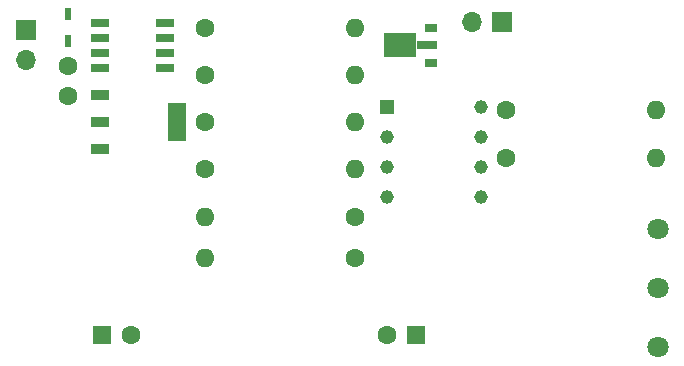
<source format=gbr>
%TF.GenerationSoftware,KiCad,Pcbnew,(6.0.6)*%
%TF.CreationDate,2023-09-23T12:19:06+03:00*%
%TF.ProjectId,leds_rme,6c656473-fc72-46d6-952e-6b696361645f,rev?*%
%TF.SameCoordinates,Original*%
%TF.FileFunction,Soldermask,Top*%
%TF.FilePolarity,Negative*%
%FSLAX46Y46*%
G04 Gerber Fmt 4.6, Leading zero omitted, Abs format (unit mm)*
G04 Created by KiCad (PCBNEW (6.0.6)) date 2023-09-23 12:19:06*
%MOMM*%
%LPD*%
G01*
G04 APERTURE LIST*
%ADD10R,1.600000X1.600000*%
%ADD11C,1.600000*%
%ADD12R,0.500000X1.050000*%
%ADD13C,1.800000*%
%ADD14O,1.600000X1.600000*%
%ADD15R,1.700000X1.700000*%
%ADD16O,1.700000X1.700000*%
%ADD17R,1.550000X0.650000*%
%ADD18R,1.500000X0.900000*%
%ADD19R,1.500000X3.200000*%
%ADD20R,1.100000X0.700000*%
%ADD21R,1.800000X0.700000*%
%ADD22R,2.800000X2.000000*%
%ADD23R,1.160000X1.160000*%
%ADD24C,1.160000*%
G04 APERTURE END LIST*
D10*
%TO.C,C3*%
X79500000Y-75000000D03*
D11*
X77000000Y-75000000D03*
%TD*%
D12*
%TO.C,D1*%
X50000000Y-50138000D03*
X50000000Y-47862000D03*
%TD*%
D13*
%TO.C,VR1*%
X99950000Y-76000000D03*
X99950000Y-71000000D03*
X99950000Y-66000000D03*
%TD*%
D11*
%TO.C,R2*%
X61650000Y-53000000D03*
D14*
X74350000Y-53000000D03*
%TD*%
D11*
%TO.C,R4*%
X61650000Y-61000000D03*
D14*
X74350000Y-61000000D03*
%TD*%
D11*
%TO.C,R8*%
X87150000Y-60000000D03*
D14*
X99850000Y-60000000D03*
%TD*%
D15*
%TO.C,J1*%
X46500000Y-49225000D03*
D16*
X46500000Y-51765000D03*
%TD*%
D11*
%TO.C,R6*%
X61650000Y-49000000D03*
D14*
X74350000Y-49000000D03*
%TD*%
D11*
%TO.C,C1*%
X50000000Y-52250000D03*
X50000000Y-54750000D03*
%TD*%
%TO.C,R3*%
X74350000Y-65000000D03*
D14*
X61650000Y-65000000D03*
%TD*%
D17*
%TO.C,IC1*%
X52775000Y-48595000D03*
X52775000Y-49865000D03*
X52775000Y-51135000D03*
X52775000Y-52405000D03*
X58225000Y-52405000D03*
X58225000Y-51135000D03*
X58225000Y-49865000D03*
X58225000Y-48595000D03*
%TD*%
D18*
%TO.C,IC2*%
X52750000Y-54700000D03*
X52750000Y-57000000D03*
X52750000Y-59300000D03*
D19*
X59250000Y-57000000D03*
%TD*%
D10*
%TO.C,C2*%
X52882323Y-75000000D03*
D11*
X55382323Y-75000000D03*
%TD*%
D20*
%TO.C,Q1*%
X80750000Y-49000000D03*
D21*
X80400000Y-50500000D03*
D20*
X80750000Y-52000000D03*
D22*
X78100000Y-50500000D03*
%TD*%
D11*
%TO.C,R1*%
X61650000Y-57000000D03*
D14*
X74350000Y-57000000D03*
%TD*%
D15*
%TO.C,J2*%
X86775000Y-48500000D03*
D16*
X84235000Y-48500000D03*
%TD*%
D11*
%TO.C,R7*%
X87150000Y-56000000D03*
D14*
X99850000Y-56000000D03*
%TD*%
D11*
%TO.C,R5*%
X74350000Y-68500000D03*
D14*
X61650000Y-68500000D03*
%TD*%
D23*
%TO.C,IC3*%
X77030000Y-55690000D03*
D24*
X77030000Y-58230000D03*
X77030000Y-60770000D03*
X77030000Y-63310000D03*
X84970000Y-63310000D03*
X84970000Y-60770000D03*
X84970000Y-58230000D03*
X84970000Y-55690000D03*
%TD*%
M02*

</source>
